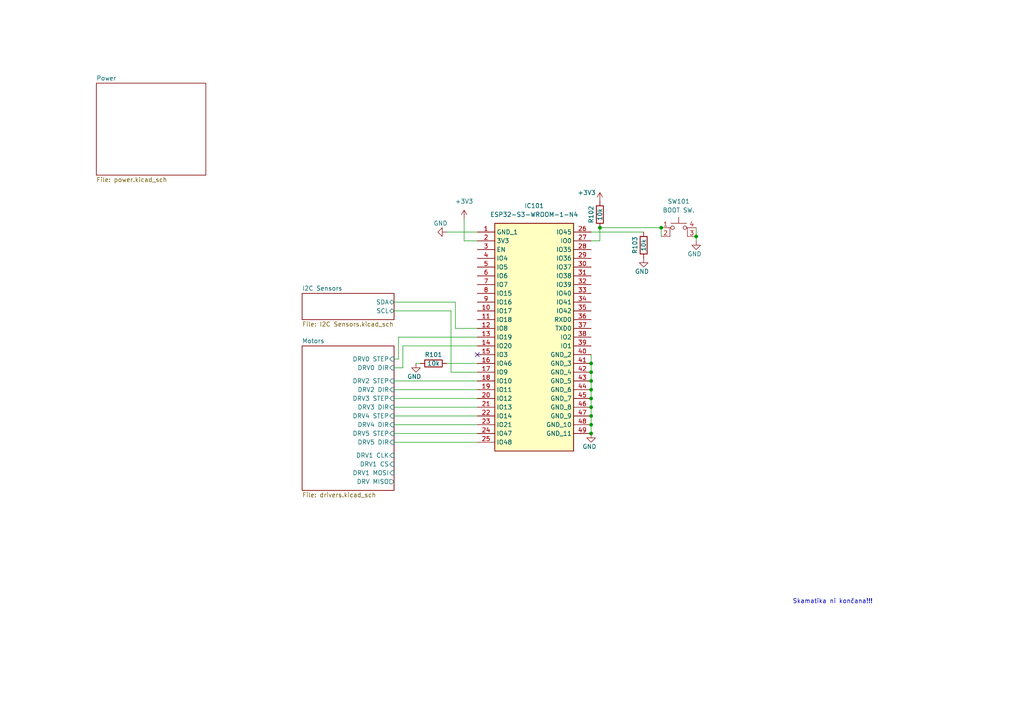
<source format=kicad_sch>
(kicad_sch (version 20230121) (generator eeschema)

  (uuid bdf22c8f-9e15-4108-b2ec-b64a829a0d47)

  (paper "A4")

  (title_block
    (title "Robotska roka MP0")
    (date "05.05.2024")
    (rev "0.1")
    (company "Luka Cek")
  )

  (lib_symbols
    (symbol "Device:R" (pin_numbers hide) (pin_names (offset 0)) (in_bom yes) (on_board yes)
      (property "Reference" "R" (at 2.032 0 90)
        (effects (font (size 1.27 1.27)))
      )
      (property "Value" "R" (at 0 0 90)
        (effects (font (size 1.27 1.27)))
      )
      (property "Footprint" "" (at -1.778 0 90)
        (effects (font (size 1.27 1.27)) hide)
      )
      (property "Datasheet" "~" (at 0 0 0)
        (effects (font (size 1.27 1.27)) hide)
      )
      (property "ki_keywords" "R res resistor" (at 0 0 0)
        (effects (font (size 1.27 1.27)) hide)
      )
      (property "ki_description" "Resistor" (at 0 0 0)
        (effects (font (size 1.27 1.27)) hide)
      )
      (property "ki_fp_filters" "R_*" (at 0 0 0)
        (effects (font (size 1.27 1.27)) hide)
      )
      (symbol "R_0_1"
        (rectangle (start -1.016 -2.54) (end 1.016 2.54)
          (stroke (width 0.254) (type default))
          (fill (type none))
        )
      )
      (symbol "R_1_1"
        (pin passive line (at 0 3.81 270) (length 1.27)
          (name "~" (effects (font (size 1.27 1.27))))
          (number "1" (effects (font (size 1.27 1.27))))
        )
        (pin passive line (at 0 -3.81 90) (length 1.27)
          (name "~" (effects (font (size 1.27 1.27))))
          (number "2" (effects (font (size 1.27 1.27))))
        )
      )
    )
    (symbol "ESP32-S3-WROOM-1-N4:ESP32-S3-WROOM-1-N4" (in_bom yes) (on_board yes)
      (property "Reference" "IC" (at 29.21 7.62 0)
        (effects (font (size 1.27 1.27)) (justify left top))
      )
      (property "Value" "ESP32-S3-WROOM-1-N4" (at 29.21 5.08 0)
        (effects (font (size 1.27 1.27)) (justify left top))
      )
      (property "Footprint" "ESP32S3WROOM1N4" (at 29.21 -94.92 0)
        (effects (font (size 1.27 1.27)) (justify left top) hide)
      )
      (property "Datasheet" "https://www.espressif.com/sites/default/files/documentation/esp32-s3-wroom-1_wroom-1u_datasheet_en.pdf" (at 29.21 -194.92 0)
        (effects (font (size 1.27 1.27)) (justify left top) hide)
      )
      (property "Height" "3.25" (at 29.21 -394.92 0)
        (effects (font (size 1.27 1.27)) (justify left top) hide)
      )
      (property "Manufacturer_Name" "Espressif Systems" (at 29.21 -494.92 0)
        (effects (font (size 1.27 1.27)) (justify left top) hide)
      )
      (property "Manufacturer_Part_Number" "ESP32-S3-WROOM-1-N4" (at 29.21 -594.92 0)
        (effects (font (size 1.27 1.27)) (justify left top) hide)
      )
      (property "Mouser Part Number" "356-ESP32-S3WROOM1N4" (at 29.21 -694.92 0)
        (effects (font (size 1.27 1.27)) (justify left top) hide)
      )
      (property "Mouser Price/Stock" "https://www.mouser.co.uk/ProductDetail/Espressif-Systems/ESP32-S3-WROOM-1-N4?qs=Li%252BoUPsLEnsO%2FkiJOUK0FQ%3D%3D" (at 29.21 -794.92 0)
        (effects (font (size 1.27 1.27)) (justify left top) hide)
      )
      (property "Arrow Part Number" "" (at 29.21 -894.92 0)
        (effects (font (size 1.27 1.27)) (justify left top) hide)
      )
      (property "Arrow Price/Stock" "" (at 29.21 -994.92 0)
        (effects (font (size 1.27 1.27)) (justify left top) hide)
      )
      (property "ki_description" "WiFi Modules - 802.11 [Engineering Samples] SMD Module, ESP32-S3, 4 MB SPI Flash, PCB Antenna" (at 0 0 0)
        (effects (font (size 1.27 1.27)) hide)
      )
      (symbol "ESP32-S3-WROOM-1-N4_1_1"
        (rectangle (start 5.08 2.54) (end 27.94 -63.5)
          (stroke (width 0.254) (type default))
          (fill (type background))
        )
        (pin passive line (at 0 0 0) (length 5.08)
          (name "GND_1" (effects (font (size 1.27 1.27))))
          (number "1" (effects (font (size 1.27 1.27))))
        )
        (pin passive line (at 0 -22.86 0) (length 5.08)
          (name "IO17" (effects (font (size 1.27 1.27))))
          (number "10" (effects (font (size 1.27 1.27))))
        )
        (pin passive line (at 0 -25.4 0) (length 5.08)
          (name "IO18" (effects (font (size 1.27 1.27))))
          (number "11" (effects (font (size 1.27 1.27))))
        )
        (pin passive line (at 0 -27.94 0) (length 5.08)
          (name "IO8" (effects (font (size 1.27 1.27))))
          (number "12" (effects (font (size 1.27 1.27))))
        )
        (pin passive line (at 0 -30.48 0) (length 5.08)
          (name "IO19" (effects (font (size 1.27 1.27))))
          (number "13" (effects (font (size 1.27 1.27))))
        )
        (pin passive line (at 0 -33.02 0) (length 5.08)
          (name "IO20" (effects (font (size 1.27 1.27))))
          (number "14" (effects (font (size 1.27 1.27))))
        )
        (pin passive line (at 0 -35.56 0) (length 5.08)
          (name "IO3" (effects (font (size 1.27 1.27))))
          (number "15" (effects (font (size 1.27 1.27))))
        )
        (pin passive line (at 0 -38.1 0) (length 5.08)
          (name "IO46" (effects (font (size 1.27 1.27))))
          (number "16" (effects (font (size 1.27 1.27))))
        )
        (pin passive line (at 0 -40.64 0) (length 5.08)
          (name "IO9" (effects (font (size 1.27 1.27))))
          (number "17" (effects (font (size 1.27 1.27))))
        )
        (pin passive line (at 0 -43.18 0) (length 5.08)
          (name "IO10" (effects (font (size 1.27 1.27))))
          (number "18" (effects (font (size 1.27 1.27))))
        )
        (pin passive line (at 0 -45.72 0) (length 5.08)
          (name "IO11" (effects (font (size 1.27 1.27))))
          (number "19" (effects (font (size 1.27 1.27))))
        )
        (pin passive line (at 0 -2.54 0) (length 5.08)
          (name "3V3" (effects (font (size 1.27 1.27))))
          (number "2" (effects (font (size 1.27 1.27))))
        )
        (pin passive line (at 0 -48.26 0) (length 5.08)
          (name "IO12" (effects (font (size 1.27 1.27))))
          (number "20" (effects (font (size 1.27 1.27))))
        )
        (pin passive line (at 0 -50.8 0) (length 5.08)
          (name "IO13" (effects (font (size 1.27 1.27))))
          (number "21" (effects (font (size 1.27 1.27))))
        )
        (pin passive line (at 0 -53.34 0) (length 5.08)
          (name "IO14" (effects (font (size 1.27 1.27))))
          (number "22" (effects (font (size 1.27 1.27))))
        )
        (pin passive line (at 0 -55.88 0) (length 5.08)
          (name "IO21" (effects (font (size 1.27 1.27))))
          (number "23" (effects (font (size 1.27 1.27))))
        )
        (pin passive line (at 0 -58.42 0) (length 5.08)
          (name "IO47" (effects (font (size 1.27 1.27))))
          (number "24" (effects (font (size 1.27 1.27))))
        )
        (pin passive line (at 0 -60.96 0) (length 5.08)
          (name "IO48" (effects (font (size 1.27 1.27))))
          (number "25" (effects (font (size 1.27 1.27))))
        )
        (pin passive line (at 33.02 0 180) (length 5.08)
          (name "IO45" (effects (font (size 1.27 1.27))))
          (number "26" (effects (font (size 1.27 1.27))))
        )
        (pin passive line (at 33.02 -2.54 180) (length 5.08)
          (name "IO0" (effects (font (size 1.27 1.27))))
          (number "27" (effects (font (size 1.27 1.27))))
        )
        (pin passive line (at 33.02 -5.08 180) (length 5.08)
          (name "IO35" (effects (font (size 1.27 1.27))))
          (number "28" (effects (font (size 1.27 1.27))))
        )
        (pin passive line (at 33.02 -7.62 180) (length 5.08)
          (name "IO36" (effects (font (size 1.27 1.27))))
          (number "29" (effects (font (size 1.27 1.27))))
        )
        (pin passive line (at 0 -5.08 0) (length 5.08)
          (name "EN" (effects (font (size 1.27 1.27))))
          (number "3" (effects (font (size 1.27 1.27))))
        )
        (pin passive line (at 33.02 -10.16 180) (length 5.08)
          (name "IO37" (effects (font (size 1.27 1.27))))
          (number "30" (effects (font (size 1.27 1.27))))
        )
        (pin passive line (at 33.02 -12.7 180) (length 5.08)
          (name "IO38" (effects (font (size 1.27 1.27))))
          (number "31" (effects (font (size 1.27 1.27))))
        )
        (pin passive line (at 33.02 -15.24 180) (length 5.08)
          (name "IO39" (effects (font (size 1.27 1.27))))
          (number "32" (effects (font (size 1.27 1.27))))
        )
        (pin passive line (at 33.02 -17.78 180) (length 5.08)
          (name "IO40" (effects (font (size 1.27 1.27))))
          (number "33" (effects (font (size 1.27 1.27))))
        )
        (pin passive line (at 33.02 -20.32 180) (length 5.08)
          (name "IO41" (effects (font (size 1.27 1.27))))
          (number "34" (effects (font (size 1.27 1.27))))
        )
        (pin passive line (at 33.02 -22.86 180) (length 5.08)
          (name "IO42" (effects (font (size 1.27 1.27))))
          (number "35" (effects (font (size 1.27 1.27))))
        )
        (pin passive line (at 33.02 -25.4 180) (length 5.08)
          (name "RXD0" (effects (font (size 1.27 1.27))))
          (number "36" (effects (font (size 1.27 1.27))))
        )
        (pin passive line (at 33.02 -27.94 180) (length 5.08)
          (name "TXD0" (effects (font (size 1.27 1.27))))
          (number "37" (effects (font (size 1.27 1.27))))
        )
        (pin passive line (at 33.02 -30.48 180) (length 5.08)
          (name "IO2" (effects (font (size 1.27 1.27))))
          (number "38" (effects (font (size 1.27 1.27))))
        )
        (pin passive line (at 33.02 -33.02 180) (length 5.08)
          (name "IO1" (effects (font (size 1.27 1.27))))
          (number "39" (effects (font (size 1.27 1.27))))
        )
        (pin passive line (at 0 -7.62 0) (length 5.08)
          (name "IO4" (effects (font (size 1.27 1.27))))
          (number "4" (effects (font (size 1.27 1.27))))
        )
        (pin passive line (at 33.02 -35.56 180) (length 5.08)
          (name "GND_2" (effects (font (size 1.27 1.27))))
          (number "40" (effects (font (size 1.27 1.27))))
        )
        (pin passive line (at 33.02 -38.1 180) (length 5.08)
          (name "GND_3" (effects (font (size 1.27 1.27))))
          (number "41" (effects (font (size 1.27 1.27))))
        )
        (pin passive line (at 33.02 -40.64 180) (length 5.08)
          (name "GND_4" (effects (font (size 1.27 1.27))))
          (number "42" (effects (font (size 1.27 1.27))))
        )
        (pin passive line (at 33.02 -43.18 180) (length 5.08)
          (name "GND_5" (effects (font (size 1.27 1.27))))
          (number "43" (effects (font (size 1.27 1.27))))
        )
        (pin passive line (at 33.02 -45.72 180) (length 5.08)
          (name "GND_6" (effects (font (size 1.27 1.27))))
          (number "44" (effects (font (size 1.27 1.27))))
        )
        (pin passive line (at 33.02 -48.26 180) (length 5.08)
          (name "GND_7" (effects (font (size 1.27 1.27))))
          (number "45" (effects (font (size 1.27 1.27))))
        )
        (pin passive line (at 33.02 -50.8 180) (length 5.08)
          (name "GND_8" (effects (font (size 1.27 1.27))))
          (number "46" (effects (font (size 1.27 1.27))))
        )
        (pin passive line (at 33.02 -53.34 180) (length 5.08)
          (name "GND_9" (effects (font (size 1.27 1.27))))
          (number "47" (effects (font (size 1.27 1.27))))
        )
        (pin passive line (at 33.02 -55.88 180) (length 5.08)
          (name "GND_10" (effects (font (size 1.27 1.27))))
          (number "48" (effects (font (size 1.27 1.27))))
        )
        (pin passive line (at 33.02 -58.42 180) (length 5.08)
          (name "GND_11" (effects (font (size 1.27 1.27))))
          (number "49" (effects (font (size 1.27 1.27))))
        )
        (pin passive line (at 0 -10.16 0) (length 5.08)
          (name "IO5" (effects (font (size 1.27 1.27))))
          (number "5" (effects (font (size 1.27 1.27))))
        )
        (pin passive line (at 0 -12.7 0) (length 5.08)
          (name "IO6" (effects (font (size 1.27 1.27))))
          (number "6" (effects (font (size 1.27 1.27))))
        )
        (pin passive line (at 0 -15.24 0) (length 5.08)
          (name "IO7" (effects (font (size 1.27 1.27))))
          (number "7" (effects (font (size 1.27 1.27))))
        )
        (pin passive line (at 0 -17.78 0) (length 5.08)
          (name "IO15" (effects (font (size 1.27 1.27))))
          (number "8" (effects (font (size 1.27 1.27))))
        )
        (pin passive line (at 0 -20.32 0) (length 5.08)
          (name "IO16" (effects (font (size 1.27 1.27))))
          (number "9" (effects (font (size 1.27 1.27))))
        )
      )
    )
    (symbol "Switch:SW_MEC_5E" (pin_names (offset 1.016) hide) (in_bom yes) (on_board yes)
      (property "Reference" "SW" (at 0.635 5.715 0)
        (effects (font (size 1.27 1.27)) (justify left))
      )
      (property "Value" "SW_MEC_5E" (at 0 -3.175 0)
        (effects (font (size 1.27 1.27)))
      )
      (property "Footprint" "" (at 0 7.62 0)
        (effects (font (size 1.27 1.27)) hide)
      )
      (property "Datasheet" "http://www.apem.com/int/index.php?controller=attachment&id_attachment=1371" (at 0 7.62 0)
        (effects (font (size 1.27 1.27)) hide)
      )
      (property "ki_keywords" "switch normally-open pushbutton push-button" (at 0 0 0)
        (effects (font (size 1.27 1.27)) hide)
      )
      (property "ki_description" "MEC 5E single pole normally-open tactile switch" (at 0 0 0)
        (effects (font (size 1.27 1.27)) hide)
      )
      (property "ki_fp_filters" "SW*MEC*5G*" (at 0 0 0)
        (effects (font (size 1.27 1.27)) hide)
      )
      (symbol "SW_MEC_5E_0_1"
        (circle (center -1.778 2.54) (radius 0.508)
          (stroke (width 0) (type default))
          (fill (type none))
        )
        (polyline
          (pts
            (xy -2.286 3.81)
            (xy 2.286 3.81)
          )
          (stroke (width 0) (type default))
          (fill (type none))
        )
        (polyline
          (pts
            (xy 0 3.81)
            (xy 0 5.588)
          )
          (stroke (width 0) (type default))
          (fill (type none))
        )
        (polyline
          (pts
            (xy -2.54 0)
            (xy -2.54 2.54)
            (xy -2.286 2.54)
          )
          (stroke (width 0) (type default))
          (fill (type none))
        )
        (polyline
          (pts
            (xy 2.54 0)
            (xy 2.54 2.54)
            (xy 2.286 2.54)
          )
          (stroke (width 0) (type default))
          (fill (type none))
        )
        (circle (center 1.778 2.54) (radius 0.508)
          (stroke (width 0) (type default))
          (fill (type none))
        )
        (pin passive line (at -5.08 2.54 0) (length 2.54)
          (name "1" (effects (font (size 1.27 1.27))))
          (number "1" (effects (font (size 1.27 1.27))))
        )
        (pin passive line (at -5.08 0 0) (length 2.54)
          (name "2" (effects (font (size 1.27 1.27))))
          (number "2" (effects (font (size 1.27 1.27))))
        )
        (pin passive line (at 5.08 0 180) (length 2.54)
          (name "K" (effects (font (size 1.27 1.27))))
          (number "3" (effects (font (size 1.27 1.27))))
        )
        (pin passive line (at 5.08 2.54 180) (length 2.54)
          (name "A" (effects (font (size 1.27 1.27))))
          (number "4" (effects (font (size 1.27 1.27))))
        )
      )
    )
    (symbol "power:+3V3" (power) (pin_names (offset 0)) (in_bom yes) (on_board yes)
      (property "Reference" "#PWR" (at 0 -3.81 0)
        (effects (font (size 1.27 1.27)) hide)
      )
      (property "Value" "+3V3" (at 0 3.556 0)
        (effects (font (size 1.27 1.27)))
      )
      (property "Footprint" "" (at 0 0 0)
        (effects (font (size 1.27 1.27)) hide)
      )
      (property "Datasheet" "" (at 0 0 0)
        (effects (font (size 1.27 1.27)) hide)
      )
      (property "ki_keywords" "global power" (at 0 0 0)
        (effects (font (size 1.27 1.27)) hide)
      )
      (property "ki_description" "Power symbol creates a global label with name \"+3V3\"" (at 0 0 0)
        (effects (font (size 1.27 1.27)) hide)
      )
      (symbol "+3V3_0_1"
        (polyline
          (pts
            (xy -0.762 1.27)
            (xy 0 2.54)
          )
          (stroke (width 0) (type default))
          (fill (type none))
        )
        (polyline
          (pts
            (xy 0 0)
            (xy 0 2.54)
          )
          (stroke (width 0) (type default))
          (fill (type none))
        )
        (polyline
          (pts
            (xy 0 2.54)
            (xy 0.762 1.27)
          )
          (stroke (width 0) (type default))
          (fill (type none))
        )
      )
      (symbol "+3V3_1_1"
        (pin power_in line (at 0 0 90) (length 0) hide
          (name "+3V3" (effects (font (size 1.27 1.27))))
          (number "1" (effects (font (size 1.27 1.27))))
        )
      )
    )
    (symbol "power:GND" (power) (pin_names (offset 0)) (in_bom yes) (on_board yes)
      (property "Reference" "#PWR" (at 0 -6.35 0)
        (effects (font (size 1.27 1.27)) hide)
      )
      (property "Value" "GND" (at 0 -3.81 0)
        (effects (font (size 1.27 1.27)))
      )
      (property "Footprint" "" (at 0 0 0)
        (effects (font (size 1.27 1.27)) hide)
      )
      (property "Datasheet" "" (at 0 0 0)
        (effects (font (size 1.27 1.27)) hide)
      )
      (property "ki_keywords" "global power" (at 0 0 0)
        (effects (font (size 1.27 1.27)) hide)
      )
      (property "ki_description" "Power symbol creates a global label with name \"GND\" , ground" (at 0 0 0)
        (effects (font (size 1.27 1.27)) hide)
      )
      (symbol "GND_0_1"
        (polyline
          (pts
            (xy 0 0)
            (xy 0 -1.27)
            (xy 1.27 -1.27)
            (xy 0 -2.54)
            (xy -1.27 -1.27)
            (xy 0 -1.27)
          )
          (stroke (width 0) (type default))
          (fill (type none))
        )
      )
      (symbol "GND_1_1"
        (pin power_in line (at 0 0 270) (length 0) hide
          (name "GND" (effects (font (size 1.27 1.27))))
          (number "1" (effects (font (size 1.27 1.27))))
        )
      )
    )
  )

  (junction (at 171.45 107.95) (diameter 0) (color 0 0 0 0)
    (uuid 005d2307-1be4-4914-aef2-88e04011c288)
  )
  (junction (at 171.45 110.49) (diameter 0) (color 0 0 0 0)
    (uuid 0e0560a7-b77f-42ab-a695-bfe1546bee1e)
  )
  (junction (at 171.45 125.73) (diameter 0) (color 0 0 0 0)
    (uuid 0f46ba67-2f95-409a-8a81-0a2b184fbde5)
  )
  (junction (at 171.45 115.57) (diameter 0) (color 0 0 0 0)
    (uuid 4ddd9dac-c5f3-41e0-b6ef-6a658d072648)
  )
  (junction (at 171.45 123.19) (diameter 0) (color 0 0 0 0)
    (uuid 59e57900-a3f5-4c89-9cfa-d910e474b02b)
  )
  (junction (at 173.99 66.04) (diameter 0) (color 0 0 0 0)
    (uuid 5c140332-9875-4156-aaf0-6f01fb48e619)
  )
  (junction (at 171.45 120.65) (diameter 0) (color 0 0 0 0)
    (uuid 910ad579-35a3-4f40-b8a8-9540fca28d5f)
  )
  (junction (at 201.93 68.58) (diameter 0) (color 0 0 0 0)
    (uuid aa5777e6-df99-4287-b626-ff3ac63b695f)
  )
  (junction (at 171.45 118.11) (diameter 0) (color 0 0 0 0)
    (uuid b9956654-2e0b-4175-8114-fcfba464489f)
  )
  (junction (at 171.45 113.03) (diameter 0) (color 0 0 0 0)
    (uuid d1dbddc1-86b4-45a3-92f3-74d3e355617a)
  )
  (junction (at 191.77 66.04) (diameter 0) (color 0 0 0 0)
    (uuid fa4b1386-0d75-424e-accd-c4e4ee333299)
  )
  (junction (at 171.45 105.41) (diameter 0) (color 0 0 0 0)
    (uuid fcb526f1-c389-49a4-a473-c439abc9545b)
  )

  (no_connect (at 138.43 102.87) (uuid ac293ee7-f0eb-46ed-a5c1-baec6cc3571b))

  (wire (pts (xy 171.45 120.65) (xy 171.45 123.19))
    (stroke (width 0) (type default))
    (uuid 014204b9-644a-4224-9845-a87829087fa0)
  )
  (wire (pts (xy 130.81 90.17) (xy 114.3 90.17))
    (stroke (width 0) (type default))
    (uuid 027b938d-ea75-4f61-9c0e-ba0696e417ca)
  )
  (wire (pts (xy 114.3 110.49) (xy 138.43 110.49))
    (stroke (width 0) (type default))
    (uuid 06951e9a-61e8-47a1-bd09-263fd8e5ae95)
  )
  (wire (pts (xy 114.3 104.14) (xy 115.57 104.14))
    (stroke (width 0) (type default))
    (uuid 07e887c3-a9e8-47f9-81c3-3b30fdb7a21e)
  )
  (wire (pts (xy 114.3 128.27) (xy 138.43 128.27))
    (stroke (width 0) (type default))
    (uuid 15442bb2-c64f-4c6b-977a-d3893cdb2630)
  )
  (wire (pts (xy 173.99 69.85) (xy 173.99 66.04))
    (stroke (width 0) (type default))
    (uuid 180d6f0a-2c42-4d2a-aebe-e673760c5c76)
  )
  (wire (pts (xy 171.45 118.11) (xy 171.45 120.65))
    (stroke (width 0) (type default))
    (uuid 226a6cc3-7157-410b-91c8-d51894593703)
  )
  (wire (pts (xy 116.84 106.68) (xy 116.84 100.33))
    (stroke (width 0) (type default))
    (uuid 29342228-50af-494a-910b-9802f25da81a)
  )
  (wire (pts (xy 115.57 97.79) (xy 138.43 97.79))
    (stroke (width 0) (type default))
    (uuid 2dc894ee-05b8-4acc-a172-e23d90814069)
  )
  (wire (pts (xy 173.99 66.04) (xy 191.77 66.04))
    (stroke (width 0) (type default))
    (uuid 3374b334-7e6e-4ca3-93e3-7abb40ff0664)
  )
  (wire (pts (xy 129.54 67.31) (xy 138.43 67.31))
    (stroke (width 0) (type default))
    (uuid 33ef4f8d-5baa-47ff-a59c-3b15cce4a3cc)
  )
  (wire (pts (xy 114.3 113.03) (xy 138.43 113.03))
    (stroke (width 0) (type default))
    (uuid 39a27de9-36b8-4290-b302-65d86facf940)
  )
  (wire (pts (xy 191.77 66.04) (xy 191.77 68.58))
    (stroke (width 0) (type default))
    (uuid 3dc1f81b-c97f-4e63-b46f-6efc5705bfe5)
  )
  (wire (pts (xy 171.45 102.87) (xy 171.45 105.41))
    (stroke (width 0) (type default))
    (uuid 42bbf457-b94f-4a41-80e7-7728b25627a2)
  )
  (wire (pts (xy 138.43 107.95) (xy 130.81 107.95))
    (stroke (width 0) (type default))
    (uuid 46585c49-d435-4634-a18b-58bb54185e10)
  )
  (wire (pts (xy 138.43 69.85) (xy 134.62 69.85))
    (stroke (width 0) (type default))
    (uuid 4767dcf3-fe53-4bbf-a171-e873ab09ec5c)
  )
  (wire (pts (xy 114.3 87.63) (xy 132.08 87.63))
    (stroke (width 0) (type default))
    (uuid 4eca7a0c-1469-44ff-824c-77a4ae4cda71)
  )
  (wire (pts (xy 132.08 95.25) (xy 132.08 87.63))
    (stroke (width 0) (type default))
    (uuid 50a18f81-7e59-40fe-a5f5-6757f26b78a9)
  )
  (wire (pts (xy 116.84 100.33) (xy 138.43 100.33))
    (stroke (width 0) (type default))
    (uuid 50ce3c20-18f1-4498-adce-a92ea4ea2e30)
  )
  (wire (pts (xy 132.08 95.25) (xy 138.43 95.25))
    (stroke (width 0) (type default))
    (uuid 52f24388-fbd5-4f82-923d-5195122b0caf)
  )
  (wire (pts (xy 171.45 110.49) (xy 171.45 113.03))
    (stroke (width 0) (type default))
    (uuid 55e0af46-edf5-4136-add2-a5fc73933045)
  )
  (wire (pts (xy 129.54 105.41) (xy 138.43 105.41))
    (stroke (width 0) (type default))
    (uuid 55e30197-22bb-4aba-99ae-e56cbee5cbe8)
  )
  (wire (pts (xy 201.93 69.85) (xy 201.93 68.58))
    (stroke (width 0) (type default))
    (uuid 72396915-a6d9-4a1c-a5d1-e29fbffda149)
  )
  (wire (pts (xy 130.81 90.17) (xy 130.81 107.95))
    (stroke (width 0) (type default))
    (uuid 810244e2-cbe6-460a-8640-d501f15026c7)
  )
  (wire (pts (xy 171.45 105.41) (xy 171.45 107.95))
    (stroke (width 0) (type default))
    (uuid 8a60cad5-847c-416d-8d5f-c26e80809a01)
  )
  (wire (pts (xy 171.45 69.85) (xy 173.99 69.85))
    (stroke (width 0) (type default))
    (uuid 91810558-62a7-47f6-a955-fafbabf4d288)
  )
  (wire (pts (xy 171.45 115.57) (xy 171.45 118.11))
    (stroke (width 0) (type default))
    (uuid 9d60096d-fbd2-4965-8c91-f0a9e316c0e8)
  )
  (wire (pts (xy 171.45 67.31) (xy 186.69 67.31))
    (stroke (width 0) (type default))
    (uuid 9e2c4a9d-b6a5-4f60-918e-62a5d2f5aedc)
  )
  (wire (pts (xy 114.3 125.73) (xy 138.43 125.73))
    (stroke (width 0) (type default))
    (uuid a0e72e99-81b5-4633-a9c9-db67c8a39b11)
  )
  (wire (pts (xy 171.45 107.95) (xy 171.45 110.49))
    (stroke (width 0) (type default))
    (uuid a272669d-a3cf-4def-b283-607035717f85)
  )
  (wire (pts (xy 114.3 123.19) (xy 138.43 123.19))
    (stroke (width 0) (type default))
    (uuid a32bf1fc-941d-41dc-9a7d-d8a76ebe5878)
  )
  (wire (pts (xy 171.45 123.19) (xy 171.45 125.73))
    (stroke (width 0) (type default))
    (uuid a480cd04-a058-43d4-a261-f9f4f49349d3)
  )
  (wire (pts (xy 134.62 63.5) (xy 134.62 69.85))
    (stroke (width 0) (type default))
    (uuid b2bfa8c9-572e-4cba-9842-9cc06a568fbb)
  )
  (wire (pts (xy 114.3 106.68) (xy 116.84 106.68))
    (stroke (width 0) (type default))
    (uuid c13c6ffe-3117-47e8-9e8d-899184b395f7)
  )
  (wire (pts (xy 114.3 118.11) (xy 138.43 118.11))
    (stroke (width 0) (type default))
    (uuid cac1a9c2-feb5-44eb-a3a1-62388e503a0f)
  )
  (wire (pts (xy 120.65 105.41) (xy 121.92 105.41))
    (stroke (width 0) (type default))
    (uuid d76e7375-51bf-4595-babb-21b6853c2896)
  )
  (wire (pts (xy 114.3 115.57) (xy 138.43 115.57))
    (stroke (width 0) (type default))
    (uuid e4bed024-914e-476d-a203-15d7b1d1f470)
  )
  (wire (pts (xy 171.45 113.03) (xy 171.45 115.57))
    (stroke (width 0) (type default))
    (uuid ed631953-798e-4055-85db-e04bb93d7519)
  )
  (wire (pts (xy 201.93 68.58) (xy 201.93 66.04))
    (stroke (width 0) (type default))
    (uuid efdc103d-27cd-4de2-821a-2aa6b40a7209)
  )
  (wire (pts (xy 114.3 120.65) (xy 138.43 120.65))
    (stroke (width 0) (type default))
    (uuid f09d0439-0512-420e-9ea8-4862b5198055)
  )
  (wire (pts (xy 115.57 104.14) (xy 115.57 97.79))
    (stroke (width 0) (type default))
    (uuid fe5ea112-cdf4-434d-8038-1298f74929d9)
  )

  (text "Skamatika ni končana!!!" (at 229.87 175.26 0)
    (effects (font (size 1.27 1.27)) (justify left bottom))
    (uuid e195b025-5210-4cd8-b4e1-8a8497618e2b)
  )

  (symbol (lib_id "power:GND") (at 120.65 105.41 0) (unit 1)
    (in_bom yes) (on_board yes) (dnp no)
    (uuid 2855f063-997f-4874-8f35-f7c3b00f56cc)
    (property "Reference" "#PWR0101" (at 120.65 111.76 0)
      (effects (font (size 1.27 1.27)) hide)
    )
    (property "Value" "GND" (at 118.11 109.22 0)
      (effects (font (size 1.27 1.27)) (justify left))
    )
    (property "Footprint" "" (at 120.65 105.41 0)
      (effects (font (size 1.27 1.27)) hide)
    )
    (property "Datasheet" "" (at 120.65 105.41 0)
      (effects (font (size 1.27 1.27)) hide)
    )
    (pin "1" (uuid c7c8cacd-856a-4a91-80ae-0af839d96ffa))
    (instances
      (project "Robotska roka"
        (path "/bdf22c8f-9e15-4108-b2ec-b64a829a0d47"
          (reference "#PWR0101") (unit 1)
        )
      )
    )
  )

  (symbol (lib_id "Device:R") (at 173.99 62.23 180) (unit 1)
    (in_bom yes) (on_board yes) (dnp no)
    (uuid 2ac3c544-7898-4d1f-bff8-ea4d4649a8cb)
    (property "Reference" "R102" (at 171.45 62.23 90)
      (effects (font (size 1.27 1.27)))
    )
    (property "Value" "10k" (at 173.99 62.23 90)
      (effects (font (size 1.27 1.27)))
    )
    (property "Footprint" "Resistor_SMD:R_0603_1608Metric_Pad0.98x0.95mm_HandSolder" (at 175.768 62.23 90)
      (effects (font (size 1.27 1.27)) hide)
    )
    (property "Datasheet" "~" (at 173.99 62.23 0)
      (effects (font (size 1.27 1.27)) hide)
    )
    (pin "1" (uuid 60942d3d-7e5a-43e0-8488-6a9e77a6b9db))
    (pin "2" (uuid f30a2b96-7076-41ed-ba03-c39b4b46e9fd))
    (instances
      (project "Robotska roka"
        (path "/bdf22c8f-9e15-4108-b2ec-b64a829a0d47"
          (reference "R102") (unit 1)
        )
      )
    )
  )

  (symbol (lib_id "power:GND") (at 171.45 125.73 0) (unit 1)
    (in_bom yes) (on_board yes) (dnp no)
    (uuid 34e2bb18-57aa-4123-98d9-69f07b06756c)
    (property "Reference" "#PWR0104" (at 171.45 132.08 0)
      (effects (font (size 1.27 1.27)) hide)
    )
    (property "Value" "GND" (at 168.91 129.54 0)
      (effects (font (size 1.27 1.27)) (justify left))
    )
    (property "Footprint" "" (at 171.45 125.73 0)
      (effects (font (size 1.27 1.27)) hide)
    )
    (property "Datasheet" "" (at 171.45 125.73 0)
      (effects (font (size 1.27 1.27)) hide)
    )
    (pin "1" (uuid 57ceb760-213c-40e9-9c95-8d75cdb0341e))
    (instances
      (project "Robotska roka"
        (path "/bdf22c8f-9e15-4108-b2ec-b64a829a0d47"
          (reference "#PWR0104") (unit 1)
        )
      )
    )
  )

  (symbol (lib_id "ESP32-S3-WROOM-1-N4:ESP32-S3-WROOM-1-N4") (at 138.43 67.31 0) (unit 1)
    (in_bom yes) (on_board yes) (dnp no) (fields_autoplaced)
    (uuid 7f2ec541-0e57-44ae-ab48-16ad9e026566)
    (property "Reference" "IC101" (at 154.94 59.69 0)
      (effects (font (size 1.27 1.27)))
    )
    (property "Value" "ESP32-S3-WROOM-1-N4" (at 154.94 62.23 0)
      (effects (font (size 1.27 1.27)))
    )
    (property "Footprint" "ESP32S3WROOM1N4" (at 167.64 162.23 0)
      (effects (font (size 1.27 1.27)) (justify left top) hide)
    )
    (property "Datasheet" "https://www.espressif.com/sites/default/files/documentation/esp32-s3-wroom-1_wroom-1u_datasheet_en.pdf" (at 167.64 262.23 0)
      (effects (font (size 1.27 1.27)) (justify left top) hide)
    )
    (property "Height" "3.25" (at 167.64 462.23 0)
      (effects (font (size 1.27 1.27)) (justify left top) hide)
    )
    (property "Manufacturer_Name" "Espressif Systems" (at 167.64 562.23 0)
      (effects (font (size 1.27 1.27)) (justify left top) hide)
    )
    (property "Manufacturer_Part_Number" "ESP32-S3-WROOM-1-N4" (at 167.64 662.23 0)
      (effects (font (size 1.27 1.27)) (justify left top) hide)
    )
    (property "Mouser Part Number" "356-ESP32-S3WROOM1N4" (at 167.64 762.23 0)
      (effects (font (size 1.27 1.27)) (justify left top) hide)
    )
    (property "Mouser Price/Stock" "https://www.mouser.co.uk/ProductDetail/Espressif-Systems/ESP32-S3-WROOM-1-N4?qs=Li%252BoUPsLEnsO%2FkiJOUK0FQ%3D%3D" (at 167.64 862.23 0)
      (effects (font (size 1.27 1.27)) (justify left top) hide)
    )
    (property "Arrow Part Number" "" (at 167.64 962.23 0)
      (effects (font (size 1.27 1.27)) (justify left top) hide)
    )
    (property "Arrow Price/Stock" "" (at 167.64 1062.23 0)
      (effects (font (size 1.27 1.27)) (justify left top) hide)
    )
    (pin "1" (uuid bc5b2dce-f773-4395-baac-31109cedf7ed))
    (pin "10" (uuid caa10493-47c7-4ab1-9602-65292d4bc39d))
    (pin "11" (uuid cb9e516f-3737-41b5-bc0d-c8d9f26eb0fc))
    (pin "12" (uuid 90a92708-1f75-488e-b2c7-32962047bbe8))
    (pin "13" (uuid 2bb769c1-23c7-4421-931c-3396d0622205))
    (pin "14" (uuid dd0152ca-ea05-46b2-9fda-a8637a6a14f7))
    (pin "15" (uuid a610ca9e-e880-4cdd-8cbc-7e4ebdca1a40))
    (pin "16" (uuid 9298c624-7575-4b16-b01f-aaf834e3ca7f))
    (pin "17" (uuid b3d55fdd-8735-4816-a5fe-6a97fe5b1587))
    (pin "18" (uuid ac7ef9f6-a31e-47ac-a7e0-6660b3a382bb))
    (pin "19" (uuid 642dc172-e3b5-4005-b444-863ffe9b0275))
    (pin "2" (uuid 4e2a9dee-7411-4b2c-b568-130e518b86ed))
    (pin "20" (uuid 91831385-0d05-47ca-a89c-81eae58be90b))
    (pin "21" (uuid d5a7e42d-3680-408b-846f-1785e69ab0f6))
    (pin "22" (uuid 1a63a801-2b77-4bc2-ae2f-1ac9c84a493b))
    (pin "23" (uuid 0f79d8b6-2c02-4068-ada5-36ea71791f9f))
    (pin "24" (uuid d8a3ec21-233f-4e94-8a98-f798f4260707))
    (pin "25" (uuid 219f55c2-4d4e-44de-b90e-ec9b8e49a2e8))
    (pin "26" (uuid 2b655d3e-a77b-44e1-8d8f-ad3b197c1bf1))
    (pin "27" (uuid a93a8a0c-6531-4fc8-84df-051e0fe261e7))
    (pin "28" (uuid 4574b901-5007-4e6b-9d5d-55262edbc9d0))
    (pin "29" (uuid 5ee9cf8f-e256-483d-9325-dd6937c5eb15))
    (pin "3" (uuid 68a587e3-2f1c-4101-b342-713f8d732fab))
    (pin "30" (uuid bef46197-6b40-449e-a96d-12f7f406c4c0))
    (pin "31" (uuid 7a256359-1ac2-4073-8500-b0cc24ee5997))
    (pin "32" (uuid bbc9218a-cfc2-44e5-a856-f0e629370857))
    (pin "33" (uuid 9ffb0704-7f68-48af-afac-51c9a43af98c))
    (pin "34" (uuid d35d0ac2-d0ac-4dc1-aec6-6c80153022f6))
    (pin "35" (uuid 1a424b8a-c046-4d08-8fc7-bffe8c2bf338))
    (pin "36" (uuid 3d596195-f100-4151-95b8-f200d7669397))
    (pin "37" (uuid 19d1cf65-d298-4c7a-bd25-1ff4c3089842))
    (pin "38" (uuid 9a7ef6b0-09f9-4e42-93dd-2b9e13dcc04a))
    (pin "39" (uuid ddf4a3a0-b316-48c3-82c1-dfc2445b452d))
    (pin "4" (uuid c028b5ff-8eda-4947-923a-1e13d89349fc))
    (pin "40" (uuid 4048ddc3-a70d-4537-8fee-87f54d0bc808))
    (pin "41" (uuid 8b0035ed-d127-4775-aae2-b55abe707d95))
    (pin "42" (uuid a00bacc6-d216-4c40-9c43-90bf974bcba4))
    (pin "43" (uuid 7c249929-4f40-4c6c-aa1a-b43bd653a78f))
    (pin "44" (uuid 87db7865-203a-4db8-bd34-9a980a37666e))
    (pin "45" (uuid 49551f50-72af-469f-b707-b23995963180))
    (pin "46" (uuid 19f315ab-f746-4a07-8a11-0f225d0393cc))
    (pin "47" (uuid b22fae62-59b8-48b6-95ef-0b0564564585))
    (pin "48" (uuid 17efe3b3-98a9-41ff-b398-f9f288ee992e))
    (pin "49" (uuid 2249235b-d547-4645-b5eb-16091ebfcd07))
    (pin "5" (uuid 9697abff-b5ac-467a-bb70-a6e30ac853f1))
    (pin "6" (uuid abc66c36-a658-405c-ab80-586d6c96f383))
    (pin "7" (uuid d1dbfac8-975c-4613-b7b5-2ccdf250d39e))
    (pin "8" (uuid 48021360-1fa2-4939-baad-bc25127cb473))
    (pin "9" (uuid 04fb680f-8cf9-48e9-9e51-d905cf6c8cba))
    (instances
      (project "Robotska roka"
        (path "/bdf22c8f-9e15-4108-b2ec-b64a829a0d47"
          (reference "IC101") (unit 1)
        )
      )
    )
  )

  (symbol (lib_id "Device:R") (at 186.69 71.12 180) (unit 1)
    (in_bom yes) (on_board yes) (dnp no)
    (uuid 99b6b1d9-b37e-4803-9635-25b079201135)
    (property "Reference" "R103" (at 184.15 71.12 90)
      (effects (font (size 1.27 1.27)))
    )
    (property "Value" "10k" (at 186.69 71.12 90)
      (effects (font (size 1.27 1.27)))
    )
    (property "Footprint" "Resistor_SMD:R_0603_1608Metric_Pad0.98x0.95mm_HandSolder" (at 188.468 71.12 90)
      (effects (font (size 1.27 1.27)) hide)
    )
    (property "Datasheet" "~" (at 186.69 71.12 0)
      (effects (font (size 1.27 1.27)) hide)
    )
    (pin "1" (uuid 40407dc4-acc2-44cc-8aae-0e985b84fd97))
    (pin "2" (uuid 783e45ad-4b64-4b96-b274-daea90eaf155))
    (instances
      (project "Robotska roka"
        (path "/bdf22c8f-9e15-4108-b2ec-b64a829a0d47"
          (reference "R103") (unit 1)
        )
      )
    )
  )

  (symbol (lib_id "power:GND") (at 129.54 67.31 270) (unit 1)
    (in_bom yes) (on_board yes) (dnp no)
    (uuid 9c43b0aa-1e63-4181-982d-0e5824001e47)
    (property "Reference" "#PWR0102" (at 123.19 67.31 0)
      (effects (font (size 1.27 1.27)) hide)
    )
    (property "Value" "GND" (at 125.73 64.77 90)
      (effects (font (size 1.27 1.27)) (justify left))
    )
    (property "Footprint" "" (at 129.54 67.31 0)
      (effects (font (size 1.27 1.27)) hide)
    )
    (property "Datasheet" "" (at 129.54 67.31 0)
      (effects (font (size 1.27 1.27)) hide)
    )
    (pin "1" (uuid 7ee52340-960c-45c0-810b-22266a0c05ef))
    (instances
      (project "Robotska roka"
        (path "/bdf22c8f-9e15-4108-b2ec-b64a829a0d47"
          (reference "#PWR0102") (unit 1)
        )
      )
    )
  )

  (symbol (lib_id "power:+3V3") (at 173.99 58.42 0) (unit 1)
    (in_bom yes) (on_board yes) (dnp no)
    (uuid a1d66c29-5b16-48a5-b534-fe39a490fbae)
    (property "Reference" "#PWR0105" (at 173.99 62.23 0)
      (effects (font (size 1.27 1.27)) hide)
    )
    (property "Value" "+3V3" (at 170.18 55.88 0)
      (effects (font (size 1.27 1.27)))
    )
    (property "Footprint" "" (at 173.99 58.42 0)
      (effects (font (size 1.27 1.27)) hide)
    )
    (property "Datasheet" "" (at 173.99 58.42 0)
      (effects (font (size 1.27 1.27)) hide)
    )
    (pin "1" (uuid cdf5fc42-9068-40be-864e-97e03f86f266))
    (instances
      (project "Robotska roka"
        (path "/bdf22c8f-9e15-4108-b2ec-b64a829a0d47"
          (reference "#PWR0105") (unit 1)
        )
      )
    )
  )

  (symbol (lib_id "Device:R") (at 125.73 105.41 90) (unit 1)
    (in_bom yes) (on_board yes) (dnp no)
    (uuid ad6f94fd-b69d-46b4-b6fc-df3015f7cdc2)
    (property "Reference" "R101" (at 125.73 102.87 90)
      (effects (font (size 1.27 1.27)))
    )
    (property "Value" "10k" (at 125.73 105.41 90)
      (effects (font (size 1.27 1.27)))
    )
    (property "Footprint" "Resistor_SMD:R_0603_1608Metric_Pad0.98x0.95mm_HandSolder" (at 125.73 107.188 90)
      (effects (font (size 1.27 1.27)) hide)
    )
    (property "Datasheet" "~" (at 125.73 105.41 0)
      (effects (font (size 1.27 1.27)) hide)
    )
    (pin "1" (uuid bf25573c-4157-4e55-9ad4-3fcf70de140e))
    (pin "2" (uuid 0556e60d-5eb4-4415-b765-8b07f1f59861))
    (instances
      (project "Robotska roka"
        (path "/bdf22c8f-9e15-4108-b2ec-b64a829a0d47"
          (reference "R101") (unit 1)
        )
      )
    )
  )

  (symbol (lib_id "power:GND") (at 201.93 69.85 0) (unit 1)
    (in_bom yes) (on_board yes) (dnp no)
    (uuid bcb8788f-7563-42de-ac84-8b5d4f552e29)
    (property "Reference" "#PWR0107" (at 201.93 76.2 0)
      (effects (font (size 1.27 1.27)) hide)
    )
    (property "Value" "GND" (at 199.39 73.66 0)
      (effects (font (size 1.27 1.27)) (justify left))
    )
    (property "Footprint" "" (at 201.93 69.85 0)
      (effects (font (size 1.27 1.27)) hide)
    )
    (property "Datasheet" "" (at 201.93 69.85 0)
      (effects (font (size 1.27 1.27)) hide)
    )
    (pin "1" (uuid 15d0700a-e72c-4590-8c17-a07281b1bf12))
    (instances
      (project "Robotska roka"
        (path "/bdf22c8f-9e15-4108-b2ec-b64a829a0d47"
          (reference "#PWR0107") (unit 1)
        )
      )
    )
  )

  (symbol (lib_id "Switch:SW_MEC_5E") (at 196.85 68.58 0) (unit 1)
    (in_bom yes) (on_board yes) (dnp no) (fields_autoplaced)
    (uuid bd51d100-7c21-4a0e-bb4a-ab7c8df27936)
    (property "Reference" "SW1" (at 196.85 58.42 0)
      (effects (font (size 1.27 1.27)))
    )
    (property "Value" "BOOT SW." (at 196.85 60.96 0)
      (effects (font (size 1.27 1.27)))
    )
    (property "Footprint" "myLibrary:Tactile Sw... SHOU HAN TS4535TP 250gf 009" (at 196.85 60.96 0)
      (effects (font (size 1.27 1.27)) hide)
    )
    (property "Datasheet" "https://datasheet.lcsc.com/lcsc/2212291709_SHOU-HAN-TS4535TP-250gf-009_C5342982.pdf" (at 196.85 60.96 0)
      (effects (font (size 1.27 1.27)) hide)
    )
    (property "LCSC Part" "C5342982" (at 196.85 68.58 0)
      (effects (font (size 1.27 1.27)) hide)
    )
    (pin "1" (uuid b5dc00d5-cf5f-47c6-bc49-4303fd4e0dae))
    (pin "2" (uuid a501bc22-351c-43bb-86d3-2aae8d00eb58))
    (pin "3" (uuid 51e82d29-ca51-411f-9d3a-35bec99f5343))
    (pin "4" (uuid 9c3dc375-1d2d-44ad-b9fa-4e2bd98d11d1))
    (instances
      (project "Vrtna_luč"
        (path "/97c369e0-10d3-40a8-9b01-dd8721c94623"
          (reference "SW1") (unit 1)
        )
      )
      (project "Robotska roka"
        (path "/bdf22c8f-9e15-4108-b2ec-b64a829a0d47"
          (reference "SW101") (unit 1)
        )
      )
    )
  )

  (symbol (lib_id "power:GND") (at 186.69 74.93 0) (unit 1)
    (in_bom yes) (on_board yes) (dnp no)
    (uuid c00f2a46-41b0-4ed7-9d71-0fb0f8c89e1f)
    (property "Reference" "#PWR0106" (at 186.69 81.28 0)
      (effects (font (size 1.27 1.27)) hide)
    )
    (property "Value" "GND" (at 184.15 78.74 0)
      (effects (font (size 1.27 1.27)) (justify left))
    )
    (property "Footprint" "" (at 186.69 74.93 0)
      (effects (font (size 1.27 1.27)) hide)
    )
    (property "Datasheet" "" (at 186.69 74.93 0)
      (effects (font (size 1.27 1.27)) hide)
    )
    (pin "1" (uuid bf46f5fd-2752-4b01-9c53-e2a53f229ea9))
    (instances
      (project "Robotska roka"
        (path "/bdf22c8f-9e15-4108-b2ec-b64a829a0d47"
          (reference "#PWR0106") (unit 1)
        )
      )
    )
  )

  (symbol (lib_id "power:+3V3") (at 134.62 63.5 0) (unit 1)
    (in_bom yes) (on_board yes) (dnp no) (fields_autoplaced)
    (uuid d569505d-bcac-4be2-9565-17443126d12b)
    (property "Reference" "#PWR0103" (at 134.62 67.31 0)
      (effects (font (size 1.27 1.27)) hide)
    )
    (property "Value" "+3V3" (at 134.62 58.42 0)
      (effects (font (size 1.27 1.27)))
    )
    (property "Footprint" "" (at 134.62 63.5 0)
      (effects (font (size 1.27 1.27)) hide)
    )
    (property "Datasheet" "" (at 134.62 63.5 0)
      (effects (font (size 1.27 1.27)) hide)
    )
    (pin "1" (uuid a8f3245f-ff5a-4d98-8723-693ee9ac1d26))
    (instances
      (project "Robotska roka"
        (path "/bdf22c8f-9e15-4108-b2ec-b64a829a0d47"
          (reference "#PWR0103") (unit 1)
        )
      )
    )
  )

  (sheet (at 27.94 24.13) (size 31.75 26.67) (fields_autoplaced)
    (stroke (width 0.1524) (type solid))
    (fill (color 0 0 0 0.0000))
    (uuid 5c3b9d95-af58-4da7-b1de-243806516c9c)
    (property "Sheetname" "Power" (at 27.94 23.4184 0)
      (effects (font (size 1.27 1.27)) (justify left bottom))
    )
    (property "Sheetfile" "power.kicad_sch" (at 27.94 51.3846 0)
      (effects (font (size 1.27 1.27)) (justify left top))
    )
    (instances
      (project "Robotska roka"
        (path "/bdf22c8f-9e15-4108-b2ec-b64a829a0d47" (page "4"))
      )
    )
  )

  (sheet (at 87.63 100.33) (size 26.67 41.91) (fields_autoplaced)
    (stroke (width 0.1524) (type solid))
    (fill (color 0 0 0 0.0000))
    (uuid 6ce175ed-4002-4814-ab5e-969258f5e28e)
    (property "Sheetname" "Motors" (at 87.63 99.6184 0)
      (effects (font (size 1.27 1.27)) (justify left bottom))
    )
    (property "Sheetfile" "drivers.kicad_sch" (at 87.63 142.8246 0)
      (effects (font (size 1.27 1.27)) (justify left top))
    )
    (pin "DRV2 STEP" input (at 114.3 110.49 0)
      (effects (font (size 1.27 1.27)) (justify right))
      (uuid 937881be-aef6-444e-9899-adbad32f3ca6)
    )
    (pin "DRV2 DIR" input (at 114.3 113.03 0)
      (effects (font (size 1.27 1.27)) (justify right))
      (uuid 47da0460-2ddb-4670-a4fa-cc3258d1de26)
    )
    (pin "DRV0 DIR" input (at 114.3 106.68 0)
      (effects (font (size 1.27 1.27)) (justify right))
      (uuid 82943d4d-b7e9-48d1-af14-671da682dbdf)
    )
    (pin "DRV0 STEP" input (at 114.3 104.14 0)
      (effects (font (size 1.27 1.27)) (justify right))
      (uuid 1304c2d3-6951-49a3-82d5-92333383bfd5)
    )
    (pin "DRV3 DIR" input (at 114.3 118.11 0)
      (effects (font (size 1.27 1.27)) (justify right))
      (uuid f47bab33-cd4c-4786-8086-9135d4426983)
    )
    (pin "DRV3 STEP" input (at 114.3 115.57 0)
      (effects (font (size 1.27 1.27)) (justify right))
      (uuid ddae61ad-af4b-4b47-9742-8e28cf0b7aaa)
    )
    (pin "DRV4 STEP" input (at 114.3 120.65 0)
      (effects (font (size 1.27 1.27)) (justify right))
      (uuid 27d0ce72-e868-4b64-a9af-e7273bc956ed)
    )
    (pin "DRV4 DIR" input (at 114.3 123.19 0)
      (effects (font (size 1.27 1.27)) (justify right))
      (uuid 7b2b524a-7446-41c1-a4a3-0ac62919f14c)
    )
    (pin "DRV5 STEP" input (at 114.3 125.73 0)
      (effects (font (size 1.27 1.27)) (justify right))
      (uuid 9b8a482a-b39e-46aa-8e0c-7132eb16f2c8)
    )
    (pin "DRV5 DIR" input (at 114.3 128.27 0)
      (effects (font (size 1.27 1.27)) (justify right))
      (uuid 9024ba85-7478-4994-9fe8-bcc2a19106af)
    )
    (pin "DRV1 CLK" input (at 114.3 132.08 0)
      (effects (font (size 1.27 1.27)) (justify right))
      (uuid 72a49181-2828-44c2-9e41-ca94d743a068)
    )
    (pin "DRV1 CS" input (at 114.3 134.62 0)
      (effects (font (size 1.27 1.27)) (justify right))
      (uuid 2fe23609-fe88-4ba0-9a15-5f2b3c1f624b)
    )
    (pin "DRV1 MOSI" input (at 114.3 137.16 0)
      (effects (font (size 1.27 1.27)) (justify right))
      (uuid 0f285db3-ea1b-43e3-ba73-bfbc6db28e86)
    )
    (pin "DRV MISO" output (at 114.3 139.7 0)
      (effects (font (size 1.27 1.27)) (justify right))
      (uuid 4cec9b3b-5fc0-4fae-973d-c5b6d9a524e8)
    )
    (instances
      (project "Robotska roka"
        (path "/bdf22c8f-9e15-4108-b2ec-b64a829a0d47" (page "2"))
      )
    )
  )

  (sheet (at 87.63 85.09) (size 26.67 7.62) (fields_autoplaced)
    (stroke (width 0.1524) (type solid))
    (fill (color 0 0 0 0.0000))
    (uuid f18c9445-9b58-4aaf-870e-092762fb1c96)
    (property "Sheetname" "I2C Sensors" (at 87.63 84.3784 0)
      (effects (font (size 1.27 1.27)) (justify left bottom))
    )
    (property "Sheetfile" "I2C Sensors.kicad_sch" (at 87.63 93.2946 0)
      (effects (font (size 1.27 1.27)) (justify left top))
    )
    (pin "SCL" bidirectional (at 114.3 90.17 0)
      (effects (font (size 1.27 1.27)) (justify right))
      (uuid 440cb5bc-4b82-4feb-ba37-2151f6f6bc34)
    )
    (pin "SDA" bidirectional (at 114.3 87.63 0)
      (effects (font (size 1.27 1.27)) (justify right))
      (uuid d5e6c41b-2217-46d2-9110-c9fe0dfc69f7)
    )
    (instances
      (project "Robotska roka"
        (path "/bdf22c8f-9e15-4108-b2ec-b64a829a0d47" (page "3"))
      )
    )
  )

  (sheet_instances
    (path "/" (page "1"))
  )
)

</source>
